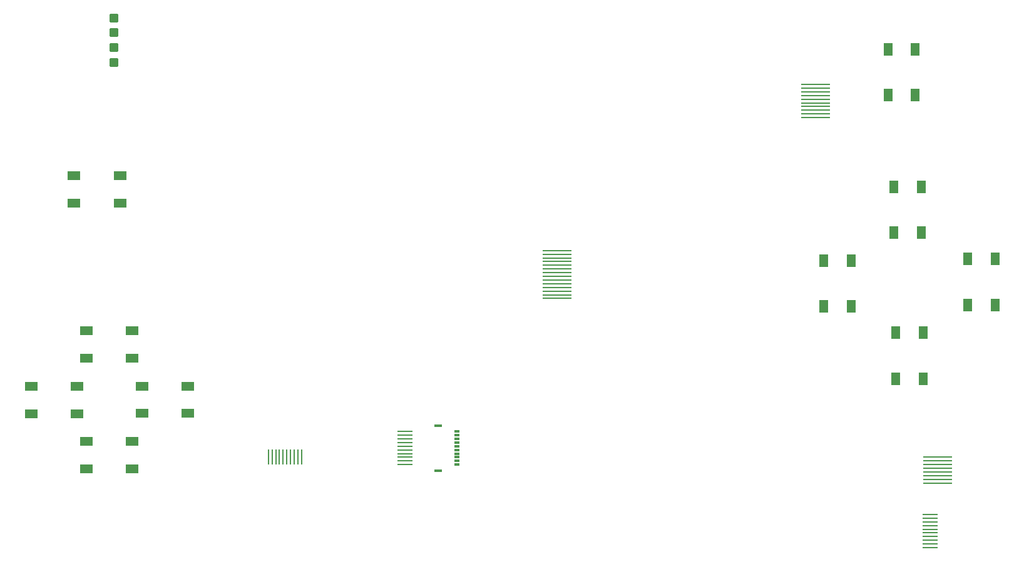
<source format=gbr>
%TF.GenerationSoftware,KiCad,Pcbnew,8.0.4*%
%TF.CreationDate,2024-08-01T13:46:47+01:00*%
%TF.ProjectId,buttonsSuper,62757474-6f6e-4735-9375-7065722e6b69,rev?*%
%TF.SameCoordinates,Original*%
%TF.FileFunction,Paste,Top*%
%TF.FilePolarity,Positive*%
%FSLAX46Y46*%
G04 Gerber Fmt 4.6, Leading zero omitted, Abs format (unit mm)*
G04 Created by KiCad (PCBNEW 8.0.4) date 2024-08-01 13:46:47*
%MOMM*%
%LPD*%
G01*
G04 APERTURE LIST*
G04 Aperture macros list*
%AMRoundRect*
0 Rectangle with rounded corners*
0 $1 Rounding radius*
0 $2 $3 $4 $5 $6 $7 $8 $9 X,Y pos of 4 corners*
0 Add a 4 corners polygon primitive as box body*
4,1,4,$2,$3,$4,$5,$6,$7,$8,$9,$2,$3,0*
0 Add four circle primitives for the rounded corners*
1,1,$1+$1,$2,$3*
1,1,$1+$1,$4,$5*
1,1,$1+$1,$6,$7*
1,1,$1+$1,$8,$9*
0 Add four rect primitives between the rounded corners*
20,1,$1+$1,$2,$3,$4,$5,0*
20,1,$1+$1,$4,$5,$6,$7,0*
20,1,$1+$1,$6,$7,$8,$9,0*
20,1,$1+$1,$8,$9,$2,$3,0*%
G04 Aperture macros list end*
%ADD10RoundRect,0.312500X-0.312500X0.312500X-0.312500X-0.312500X0.312500X-0.312500X0.312500X0.312500X0*%
%ADD11R,0.700025X0.299975*%
%ADD12R,1.000000X0.299975*%
%ADD13R,1.199898X1.800000*%
%ADD14R,1.800000X1.199898*%
%ADD15R,4.000000X0.250000*%
%ADD16R,2.000000X0.250000*%
%ADD17R,0.250000X2.000000*%
G04 APERTURE END LIST*
D10*
%TO.C,C6*%
X50124507Y-58501014D03*
X50124507Y-60501014D03*
X50124507Y-62501014D03*
X50124507Y-64501014D03*
%TD*%
D11*
%TO.C,P1*%
X96500128Y-114501017D03*
X96500128Y-115001144D03*
X96500128Y-115501017D03*
X96500128Y-116001144D03*
X96500128Y-116501017D03*
X96500128Y-117001144D03*
X96500128Y-117501017D03*
X96500128Y-118001144D03*
X96500128Y-118501017D03*
X96500128Y-119000636D03*
D12*
X94000000Y-113700661D03*
X94000000Y-119800483D03*
%TD*%
D13*
%TO.C,SQUARE1*%
X146125108Y-97600076D03*
X146125108Y-91399924D03*
X149825133Y-97600076D03*
X149825133Y-91399924D03*
%TD*%
D14*
%TO.C,L1*%
X44719774Y-79875108D03*
X50919926Y-79875108D03*
X44719774Y-83575133D03*
X50919926Y-83575133D03*
%TD*%
D15*
%TO.C,C4*%
X110075000Y-96500000D03*
X110075000Y-96000000D03*
X110075000Y-95500000D03*
X110075000Y-95000000D03*
X110075000Y-94500000D03*
X110075000Y-94000000D03*
X110075000Y-93500000D03*
X110075000Y-93000000D03*
X110075000Y-92500000D03*
X110075000Y-92000000D03*
X110075000Y-91500000D03*
X110075000Y-91000000D03*
X110075000Y-90500000D03*
X110075000Y-90000000D03*
%TD*%
D14*
%TO.C,RIGHT1*%
X53899797Y-108375108D03*
X60099949Y-108375108D03*
X53899797Y-112075133D03*
X60099949Y-112075133D03*
%TD*%
D15*
%TO.C,C3*%
X161500000Y-121500000D03*
X161500000Y-121000000D03*
X161500000Y-120500000D03*
X161500000Y-120000000D03*
X161500000Y-119500000D03*
X161500000Y-119000000D03*
X161500000Y-118500000D03*
X161500000Y-118000000D03*
%TD*%
D14*
%TO.C,LEFT1*%
X45099949Y-112124892D03*
X38899797Y-112124892D03*
X45099949Y-108424867D03*
X38899797Y-108424867D03*
%TD*%
D13*
%TO.C,CROSS1*%
X155875108Y-107350076D03*
X155875108Y-101149924D03*
X159575133Y-107350076D03*
X159575133Y-101149924D03*
%TD*%
%TO.C,CIRCLE1*%
X165625108Y-97350203D03*
X165625108Y-91150051D03*
X169325133Y-97350203D03*
X169325133Y-91150051D03*
%TD*%
%TO.C,R1*%
X154825070Y-68920053D03*
X154825070Y-62719901D03*
X158525095Y-68920053D03*
X158525095Y-62719901D03*
%TD*%
D15*
%TO.C,C7*%
X145000915Y-71001014D03*
X145000915Y-68501014D03*
X145000915Y-70001014D03*
X145000915Y-67501014D03*
X145000000Y-72000000D03*
X145000915Y-69501014D03*
X145000915Y-71501014D03*
X145000915Y-69001014D03*
X145000915Y-68001014D03*
X145000915Y-70501014D03*
%TD*%
D14*
%TO.C,UP1*%
X46399797Y-100875108D03*
X52599949Y-100875108D03*
X46399797Y-104575133D03*
X52599949Y-104575133D03*
%TD*%
D13*
%TO.C,TRIANGLE1*%
X155625108Y-87600203D03*
X155625108Y-81400051D03*
X159325133Y-87600203D03*
X159325133Y-81400051D03*
%TD*%
D14*
%TO.C,DOWN1*%
X46399797Y-115875108D03*
X52599949Y-115875108D03*
X46399797Y-119575133D03*
X52599949Y-119575133D03*
%TD*%
D16*
%TO.C,C1*%
X160500000Y-125750000D03*
X160500000Y-126250000D03*
X160500000Y-126750000D03*
X160500000Y-127250000D03*
X160500000Y-127750000D03*
X160500000Y-128250000D03*
X160500000Y-128750000D03*
X160500000Y-129250000D03*
X160500000Y-129750000D03*
X160500000Y-130250000D03*
%TD*%
D17*
%TO.C,C2*%
X71000000Y-118000000D03*
X71500000Y-118000000D03*
X72000000Y-118000000D03*
X72500000Y-118000000D03*
X73000000Y-118000000D03*
X73500000Y-118000000D03*
X74000000Y-118000000D03*
X74500000Y-118000000D03*
X75000000Y-118000000D03*
X75500000Y-118000000D03*
%TD*%
D16*
%TO.C,C8*%
X89500000Y-119000000D03*
X89500000Y-118500000D03*
X89500000Y-118000000D03*
X89500000Y-117500000D03*
X89500000Y-117000000D03*
X89500000Y-116500000D03*
X89500000Y-116000000D03*
X89500000Y-115500000D03*
X89500000Y-115000000D03*
X89500000Y-114500000D03*
%TD*%
M02*

</source>
